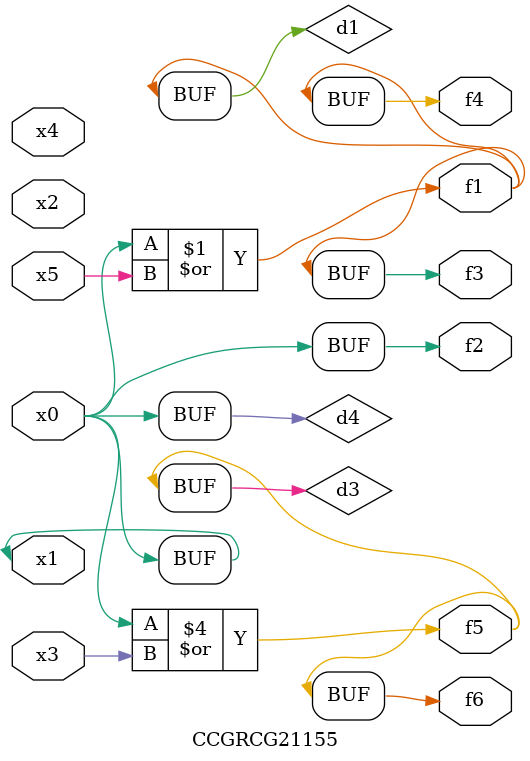
<source format=v>
module CCGRCG21155(
	input x0, x1, x2, x3, x4, x5,
	output f1, f2, f3, f4, f5, f6
);

	wire d1, d2, d3, d4;

	or (d1, x0, x5);
	xnor (d2, x1, x4);
	or (d3, x0, x3);
	buf (d4, x0, x1);
	assign f1 = d1;
	assign f2 = d4;
	assign f3 = d1;
	assign f4 = d1;
	assign f5 = d3;
	assign f6 = d3;
endmodule

</source>
